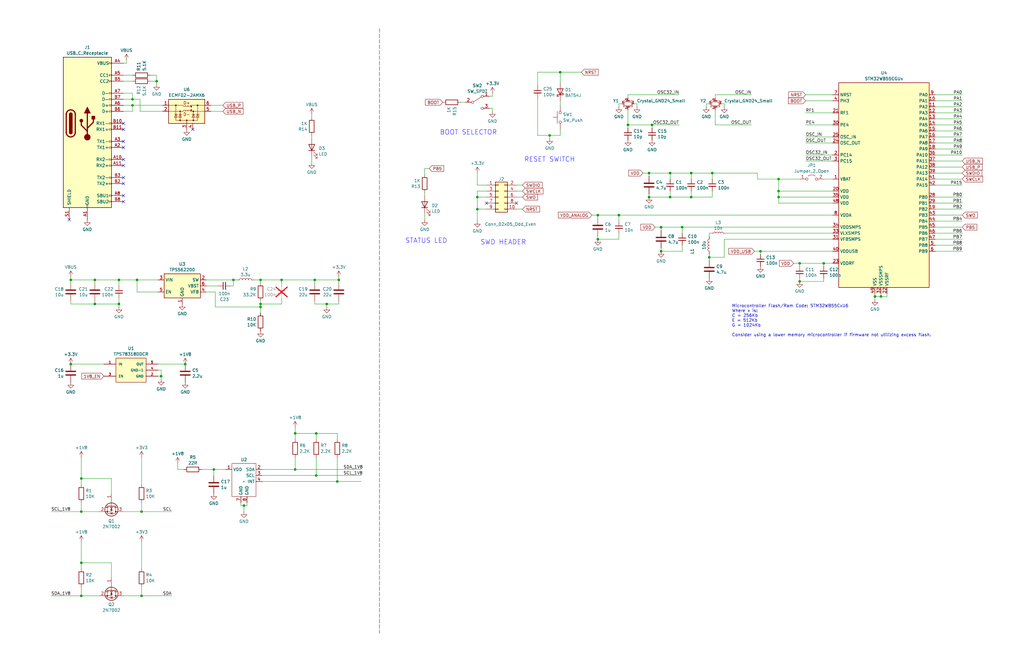
<source format=kicad_sch>
(kicad_sch (version 20230121) (generator eeschema)
  (paper "B")
  (junction (at 347.345 111.125))
  (junction (at 132.715 118.11))
  (junction (at 90.17 198.12))
  (junction (at 299.085 108.585))
  (junction (at 109.855 118.11))
  (junction (at 291.465 73.025))
  (junction (at 260.985 90.805))
  (junction (at 109.855 128.27))
  (junction (at 34.29 215.9))
  (junction (at 328.295 80.645))
  (junction (at 320.675 106.045))
  (junction (at 29.845 118.11))
  (junction (at 66.04 34.29))
  (junction (at 282.575 83.185))
  (junction (at 273.685 83.185))
  (junction (at 287.655 95.885))
  (junction (at 50.165 118.11))
  (junction (at 201.295 88.265))
  (junction (at 102.87 213.36))
  (junction (at 50.165 128.27))
  (junction (at 236.22 30.48))
  (junction (at 252.095 90.805))
  (junction (at 274.955 52.705))
  (junction (at 300.355 73.025))
  (junction (at 328.295 83.185))
  (junction (at 59.69 215.9))
  (junction (at 109.855 129.54))
  (junction (at 133.35 182.88))
  (junction (at 133.35 200.66))
  (junction (at 78.105 153.67))
  (junction (at 291.465 83.185))
  (junction (at 124.46 182.88))
  (junction (at 34.29 201.93))
  (junction (at 142.875 118.11))
  (junction (at 201.295 83.185))
  (junction (at 371.475 125.095))
  (junction (at 337.185 118.745))
  (junction (at 137.795 128.27))
  (junction (at 278.765 95.885))
  (junction (at 282.575 73.025))
  (junction (at 40.005 118.11))
  (junction (at 34.29 237.49))
  (junction (at 118.745 118.11))
  (junction (at 29.845 153.67))
  (junction (at 55.88 44.45))
  (junction (at 40.005 128.27))
  (junction (at 273.685 73.025))
  (junction (at 59.69 251.46))
  (junction (at 34.29 251.46))
  (junction (at 328.295 75.565))
  (junction (at 98.425 118.11))
  (junction (at 231.775 57.15))
  (junction (at 278.765 106.045))
  (junction (at 264.795 52.705))
  (junction (at 337.185 111.125))
  (junction (at 252.095 100.965))
  (junction (at 124.46 198.12))
  (junction (at 368.935 125.095))
  (junction (at 57.785 118.11))
  (junction (at 55.88 41.91))
  (junction (at 67.945 158.75))
  (junction (at 142.24 203.2))
  (no_connect (at 52.07 62.23))
  (no_connect (at 52.07 77.47))
  (no_connect (at 217.805 85.725))
  (no_connect (at 52.07 85.09))
  (no_connect (at 52.07 67.31))
  (no_connect (at 52.07 82.55))
  (no_connect (at 29.21 92.71))
  (no_connect (at 52.07 69.85))
  (no_connect (at 205.105 85.725))
  (no_connect (at 52.07 74.93))
  (no_connect (at 81.28 54.61))
  (no_connect (at 52.07 54.61))
  (no_connect (at 52.07 52.07))
  (no_connect (at 52.07 59.69))
  (wire (pts (xy 40.005 118.11) (xy 40.005 119.38)))
  (wire (pts (xy 394.335 50.165) (xy 405.765 50.165)))
  (wire (pts (xy 179.07 73.66) (xy 179.07 71.12)))
  (wire (pts (xy 207.645 45.72) (xy 207.645 46.99)))
  (wire (pts (xy 124.46 198.12) (xy 152.4 198.12)))
  (wire (pts (xy 110.49 203.2) (xy 142.24 203.2)))
  (wire (pts (xy 339.725 42.545) (xy 351.155 42.545)))
  (wire (pts (xy 34.29 228.6) (xy 34.29 237.49)))
  (wire (pts (xy 52.07 41.91) (xy 55.88 41.91)))
  (wire (pts (xy 282.575 73.025) (xy 291.465 73.025)))
  (wire (pts (xy 86.995 120.65) (xy 92.075 120.65)))
  (wire (pts (xy 137.795 128.27) (xy 142.875 128.27)))
  (wire (pts (xy 217.805 78.105) (xy 220.345 78.105)))
  (wire (pts (xy 57.785 123.19) (xy 57.785 118.11)))
  (wire (pts (xy 34.29 237.49) (xy 34.29 240.03)))
  (wire (pts (xy 88.9 46.99) (xy 93.98 46.99)))
  (wire (pts (xy 66.675 156.21) (xy 67.945 156.21)))
  (wire (pts (xy 59.69 215.9) (xy 72.39 215.9)))
  (wire (pts (xy 394.335 67.945) (xy 405.765 67.945)))
  (wire (pts (xy 52.07 31.75) (xy 55.88 31.75)))
  (wire (pts (xy 299.085 98.425) (xy 299.085 99.695)))
  (wire (pts (xy 40.005 118.11) (xy 29.845 118.11)))
  (wire (pts (xy 63.5 34.29) (xy 66.04 34.29)))
  (wire (pts (xy 299.085 108.585) (xy 305.435 108.585)))
  (wire (pts (xy 301.625 46.355) (xy 301.625 52.705)))
  (wire (pts (xy 97.155 120.65) (xy 98.425 120.65)))
  (wire (pts (xy 109.855 118.11) (xy 109.855 119.38)))
  (wire (pts (xy 207.645 40.64) (xy 207.645 39.37)))
  (wire (pts (xy 260.985 98.425) (xy 260.985 100.965)))
  (wire (pts (xy 226.695 41.275) (xy 226.695 57.15)))
  (wire (pts (xy 57.785 118.11) (xy 66.675 118.11)))
  (wire (pts (xy 205.105 78.105) (xy 201.295 78.105)))
  (wire (pts (xy 29.845 127) (xy 29.845 128.27)))
  (wire (pts (xy 98.425 120.65) (xy 98.425 118.11)))
  (wire (pts (xy 201.295 78.105) (xy 201.295 73.025)))
  (wire (pts (xy 59.69 193.04) (xy 59.69 204.47)))
  (wire (pts (xy 132.715 127) (xy 132.715 128.27)))
  (wire (pts (xy 305.435 43.815) (xy 305.435 45.085)))
  (wire (pts (xy 109.855 129.54) (xy 109.855 132.08)))
  (wire (pts (xy 29.845 116.84) (xy 29.845 118.11)))
  (wire (pts (xy 40.005 127) (xy 40.005 128.27)))
  (wire (pts (xy 131.445 66.04) (xy 131.445 68.58)))
  (wire (pts (xy 394.335 47.625) (xy 405.765 47.625)))
  (wire (pts (xy 328.295 85.725) (xy 351.155 85.725)))
  (wire (pts (xy 124.46 193.04) (xy 124.46 198.12)))
  (wire (pts (xy 287.655 95.885) (xy 351.155 95.885)))
  (wire (pts (xy 132.715 118.11) (xy 132.715 119.38)))
  (wire (pts (xy 66.04 31.75) (xy 66.04 34.29)))
  (wire (pts (xy 328.295 80.645) (xy 328.295 83.185)))
  (wire (pts (xy 179.07 90.17) (xy 179.07 92.71)))
  (wire (pts (xy 86.995 123.19) (xy 90.805 123.19)))
  (wire (pts (xy 236.22 54.61) (xy 236.22 57.15)))
  (wire (pts (xy 133.35 193.04) (xy 133.35 200.66)))
  (wire (pts (xy 337.185 112.395) (xy 337.185 111.125)))
  (wire (pts (xy 110.49 198.12) (xy 124.46 198.12)))
  (wire (pts (xy 337.185 117.475) (xy 337.185 118.745)))
  (wire (pts (xy 34.29 237.49) (xy 46.99 237.49)))
  (wire (pts (xy 394.335 70.485) (xy 405.765 70.485)))
  (wire (pts (xy 179.07 81.28) (xy 179.07 82.55)))
  (wire (pts (xy 264.795 52.705) (xy 264.795 53.975)))
  (wire (pts (xy 29.845 128.27) (xy 40.005 128.27)))
  (wire (pts (xy 142.24 193.04) (xy 142.24 203.2)))
  (wire (pts (xy 133.35 200.66) (xy 152.4 200.66)))
  (wire (pts (xy 394.335 88.265) (xy 405.765 88.265)))
  (wire (pts (xy 50.165 120.65) (xy 50.165 118.11)))
  (wire (pts (xy 107.315 118.11) (xy 109.855 118.11)))
  (wire (pts (xy 102.87 213.36) (xy 102.87 215.9)))
  (wire (pts (xy 328.295 80.645) (xy 351.155 80.645)))
  (wire (pts (xy 320.675 106.045) (xy 351.155 106.045)))
  (wire (pts (xy 271.145 73.025) (xy 273.685 73.025)))
  (wire (pts (xy 124.46 182.88) (xy 124.46 180.34)))
  (wire (pts (xy 118.745 128.27) (xy 118.745 125.73)))
  (wire (pts (xy 300.355 83.185) (xy 300.355 80.645)))
  (wire (pts (xy 299.085 108.585) (xy 299.085 109.855)))
  (wire (pts (xy 276.225 95.885) (xy 278.765 95.885)))
  (wire (pts (xy 249.555 90.805) (xy 252.095 90.805)))
  (wire (pts (xy 328.295 83.185) (xy 328.295 85.725)))
  (wire (pts (xy 394.335 57.785) (xy 405.765 57.785)))
  (wire (pts (xy 66.675 158.75) (xy 67.945 158.75)))
  (wire (pts (xy 347.345 118.745) (xy 347.345 117.475)))
  (wire (pts (xy 59.055 46.99) (xy 68.58 46.99)))
  (wire (pts (xy 394.335 78.105) (xy 405.765 78.105)))
  (wire (pts (xy 264.795 40.005) (xy 286.385 40.005)))
  (wire (pts (xy 368.935 123.825) (xy 368.935 125.095)))
  (wire (pts (xy 66.675 123.19) (xy 57.785 123.19)))
  (wire (pts (xy 142.24 182.88) (xy 133.35 182.88)))
  (wire (pts (xy 226.695 36.195) (xy 226.695 30.48)))
  (wire (pts (xy 109.855 128.27) (xy 109.855 127)))
  (wire (pts (xy 339.725 47.625) (xy 351.155 47.625)))
  (wire (pts (xy 46.99 237.49) (xy 46.99 243.84)))
  (wire (pts (xy 55.88 41.91) (xy 59.055 41.91)))
  (wire (pts (xy 291.465 83.185) (xy 291.465 80.645)))
  (wire (pts (xy 101.6 212.09) (xy 101.6 213.36)))
  (wire (pts (xy 278.765 95.885) (xy 287.655 95.885)))
  (wire (pts (xy 282.575 83.185) (xy 291.465 83.185)))
  (wire (pts (xy 260.985 90.805) (xy 351.155 90.805)))
  (wire (pts (xy 217.805 88.265) (xy 220.345 88.265)))
  (wire (pts (xy 59.69 251.46) (xy 52.07 251.46)))
  (wire (pts (xy 118.745 118.11) (xy 118.745 120.65)))
  (wire (pts (xy 231.775 57.15) (xy 226.695 57.15)))
  (wire (pts (xy 368.935 125.095) (xy 371.475 125.095)))
  (wire (pts (xy 59.69 228.6) (xy 59.69 240.03)))
  (wire (pts (xy 206.375 45.72) (xy 207.645 45.72)))
  (wire (pts (xy 52.07 39.37) (xy 55.88 39.37)))
  (wire (pts (xy 371.475 125.095) (xy 374.015 125.095)))
  (wire (pts (xy 394.335 95.885) (xy 405.765 95.885)))
  (wire (pts (xy 41.91 251.46) (xy 34.29 251.46)))
  (wire (pts (xy 297.815 43.815) (xy 297.815 45.085)))
  (wire (pts (xy 132.715 118.11) (xy 142.875 118.11)))
  (wire (pts (xy 231.775 57.15) (xy 231.775 58.42)))
  (wire (pts (xy 351.155 111.125) (xy 347.345 111.125)))
  (wire (pts (xy 282.575 83.185) (xy 282.575 80.645)))
  (wire (pts (xy 142.875 128.27) (xy 142.875 127)))
  (wire (pts (xy 55.88 44.45) (xy 55.88 46.99)))
  (wire (pts (xy 55.88 46.99) (xy 52.07 46.99)))
  (wire (pts (xy 394.335 103.505) (xy 405.765 103.505)))
  (wire (pts (xy 86.995 118.11) (xy 98.425 118.11)))
  (wire (pts (xy 194.31 43.18) (xy 196.215 43.18)))
  (wire (pts (xy 394.335 52.705) (xy 405.765 52.705)))
  (wire (pts (xy 291.465 73.025) (xy 300.355 73.025)))
  (wire (pts (xy 53.34 26.67) (xy 53.34 25.4)))
  (wire (pts (xy 109.855 128.27) (xy 118.745 128.27)))
  (wire (pts (xy 264.795 46.355) (xy 264.795 52.705)))
  (wire (pts (xy 394.335 62.865) (xy 405.765 62.865)))
  (wire (pts (xy 34.29 193.04) (xy 34.29 201.93)))
  (wire (pts (xy 394.335 42.545) (xy 405.765 42.545)))
  (wire (pts (xy 201.295 93.345) (xy 201.295 88.265)))
  (wire (pts (xy 305.435 108.585) (xy 305.435 100.965)))
  (wire (pts (xy 236.22 57.15) (xy 231.775 57.15)))
  (wire (pts (xy 201.295 83.185) (xy 201.295 80.645)))
  (wire (pts (xy 59.69 251.46) (xy 72.39 251.46)))
  (wire (pts (xy 260.985 90.805) (xy 260.985 93.345)))
  (wire (pts (xy 131.445 57.15) (xy 131.445 58.42)))
  (wire (pts (xy 236.22 42.545) (xy 236.22 44.45)))
  (wire (pts (xy 50.165 118.11) (xy 57.785 118.11)))
  (wire (pts (xy 374.015 125.095) (xy 374.015 123.825)))
  (wire (pts (xy 41.91 215.9) (xy 34.29 215.9)))
  (wire (pts (xy 394.335 55.245) (xy 405.765 55.245)))
  (wire (pts (xy 337.185 118.745) (xy 347.345 118.745)))
  (wire (pts (xy 66.04 34.29) (xy 66.04 35.56)))
  (wire (pts (xy 305.435 100.965) (xy 351.155 100.965)))
  (wire (pts (xy 394.335 93.345) (xy 405.765 93.345)))
  (wire (pts (xy 55.88 39.37) (xy 55.88 41.91)))
  (wire (pts (xy 63.5 31.75) (xy 66.04 31.75)))
  (wire (pts (xy 368.935 125.095) (xy 368.935 126.365)))
  (wire (pts (xy 339.725 65.405) (xy 351.155 65.405)))
  (wire (pts (xy 59.69 212.09) (xy 59.69 215.9)))
  (wire (pts (xy 371.475 123.825) (xy 371.475 125.095)))
  (wire (pts (xy 252.095 99.695) (xy 252.095 100.965)))
  (wire (pts (xy 66.675 153.67) (xy 78.105 153.67)))
  (wire (pts (xy 133.35 182.88) (xy 133.35 185.42)))
  (wire (pts (xy 50.165 128.27) (xy 50.165 129.54)))
  (wire (pts (xy 179.07 71.12) (xy 180.975 71.12)))
  (wire (pts (xy 104.14 213.36) (xy 104.14 212.09)))
  (wire (pts (xy 394.335 83.185) (xy 405.765 83.185)))
  (wire (pts (xy 101.6 213.36) (xy 102.87 213.36)))
  (wire (pts (xy 299.085 43.815) (xy 297.815 43.815)))
  (wire (pts (xy 318.135 106.045) (xy 320.675 106.045)))
  (wire (pts (xy 304.165 43.815) (xy 305.435 43.815)))
  (wire (pts (xy 46.99 201.93) (xy 46.99 208.28)))
  (wire (pts (xy 394.335 98.425) (xy 405.765 98.425)))
  (wire (pts (xy 339.725 40.005) (xy 351.155 40.005)))
  (wire (pts (xy 300.355 73.025) (xy 300.355 75.565)))
  (wire (pts (xy 34.29 201.93) (xy 46.99 201.93)))
  (wire (pts (xy 236.22 30.48) (xy 236.22 34.925)))
  (wire (pts (xy 262.255 43.815) (xy 260.985 43.815)))
  (wire (pts (xy 201.295 80.645) (xy 205.105 80.645)))
  (wire (pts (xy 287.655 95.885) (xy 287.655 98.425)))
  (wire (pts (xy 90.17 198.12) (xy 90.17 200.66)))
  (wire (pts (xy 55.88 44.45) (xy 68.58 44.45)))
  (wire (pts (xy 21.59 251.46) (xy 34.29 251.46)))
  (wire (pts (xy 347.345 111.125) (xy 347.345 112.395)))
  (wire (pts (xy 300.355 73.025) (xy 319.405 73.025)))
  (wire (pts (xy 142.24 203.2) (xy 152.4 203.2)))
  (wire (pts (xy 339.725 67.945) (xy 351.155 67.945)))
  (wire (pts (xy 394.335 90.805) (xy 405.765 90.805)))
  (wire (pts (xy 98.425 118.11) (xy 99.695 118.11)))
  (wire (pts (xy 334.645 111.125) (xy 337.185 111.125)))
  (wire (pts (xy 394.335 106.045) (xy 405.765 106.045)))
  (wire (pts (xy 118.745 118.11) (xy 132.715 118.11)))
  (wire (pts (xy 252.095 90.805) (xy 260.985 90.805)))
  (wire (pts (xy 110.49 200.66) (xy 133.35 200.66)))
  (wire (pts (xy 287.655 103.505) (xy 287.655 106.045)))
  (wire (pts (xy 328.295 83.185) (xy 351.155 83.185)))
  (wire (pts (xy 305.435 98.425) (xy 351.155 98.425)))
  (wire (pts (xy 88.9 44.45) (xy 93.98 44.45)))
  (wire (pts (xy 21.59 215.9) (xy 34.29 215.9)))
  (wire (pts (xy 273.685 81.915) (xy 273.685 83.185)))
  (wire (pts (xy 394.335 60.325) (xy 405.765 60.325)))
  (wire (pts (xy 273.685 73.025) (xy 282.575 73.025)))
  (wire (pts (xy 337.185 111.125) (xy 347.345 111.125)))
  (wire (pts (xy 301.625 41.275) (xy 301.625 40.005)))
  (wire (pts (xy 67.945 156.21) (xy 67.945 158.75)))
  (wire (pts (xy 90.805 129.54) (xy 109.855 129.54)))
  (wire (pts (xy 40.005 128.27) (xy 50.165 128.27)))
  (wire (pts (xy 268.605 43.815) (xy 268.605 45.085)))
  (wire (pts (xy 34.29 247.65) (xy 34.29 251.46)))
  (wire (pts (xy 124.46 185.42) (xy 124.46 182.88)))
  (wire (pts (xy 394.335 45.085) (xy 405.765 45.085)))
  (wire (pts (xy 252.095 92.075) (xy 252.095 90.805)))
  (wire (pts (xy 264.795 41.275) (xy 264.795 40.005)))
  (wire (pts (xy 394.335 40.005) (xy 405.765 40.005)))
  (wire (pts (xy 132.715 128.27) (xy 137.795 128.27)))
  (wire (pts (xy 50.165 118.11) (xy 40.005 118.11)))
  (wire (pts (xy 52.07 26.67) (xy 53.34 26.67)))
  (wire (pts (xy 319.405 75.565) (xy 328.295 75.565)))
  (wire (pts (xy 328.295 75.565) (xy 328.295 80.645)))
  (wire (pts (xy 274.955 52.705) (xy 286.385 52.705)))
  (wire (pts (xy 278.765 106.045) (xy 287.655 106.045)))
  (wire (pts (xy 278.765 95.885) (xy 278.765 97.155)))
  (wire (pts (xy 59.055 41.91) (xy 59.055 46.99)))
  (wire (pts (xy 226.695 30.48) (xy 236.22 30.48)))
  (wire (pts (xy 67.945 158.75) (xy 67.945 160.02)))
  (wire (pts (xy 394.335 65.405) (xy 405.765 65.405)))
  (wire (pts (xy 260.985 43.815) (xy 260.985 45.085)))
  (wire (pts (xy 34.29 212.09) (xy 34.29 215.9)))
  (wire (pts (xy 201.295 88.265) (xy 205.105 88.265)))
  (wire (pts (xy 282.575 73.025) (xy 282.575 75.565)))
  (wire (pts (xy 109.855 118.11) (xy 118.745 118.11)))
  (wire (pts (xy 291.465 83.185) (xy 300.355 83.185)))
  (wire (pts (xy 217.805 80.645) (xy 220.345 80.645)))
  (wire (pts (xy 59.69 215.9) (xy 52.07 215.9)))
  (wire (pts (xy 131.445 48.26) (xy 131.445 49.53)))
  (wire (pts (xy 394.335 73.025) (xy 405.765 73.025)))
  (wire (pts (xy 339.725 60.325) (xy 351.155 60.325)))
  (wire (pts (xy 339.725 57.785) (xy 351.155 57.785)))
  (wire (pts (xy 273.685 74.295) (xy 273.685 73.025)))
  (wire (pts (xy 201.295 83.185) (xy 205.105 83.185)))
  (wire (pts (xy 394.335 85.725) (xy 405.765 85.725)))
  (wire (pts (xy 301.625 52.705) (xy 316.865 52.705)))
  (wire (pts (xy 85.09 198.12) (xy 90.17 198.12)))
  (wire (pts (xy 274.955 52.705) (xy 274.955 53.975)))
  (wire (pts (xy 291.465 73.025) (xy 291.465 75.565)))
  (wire (pts (xy 347.345 75.565) (xy 351.155 75.565)))
  (wire (pts (xy 319.405 73.025) (xy 319.405 75.565)))
  (wire (pts (xy 394.335 100.965) (xy 405.765 100.965)))
  (wire (pts (xy 124.46 182.88) (xy 133.35 182.88)))
  (wire (pts (xy 328.295 75.565) (xy 337.185 75.565)))
  (wire (pts (xy 29.845 118.11) (xy 29.845 119.38)))
  (wire (pts (xy 206.375 40.64) (xy 207.645 40.64)))
  (wire (pts (xy 90.805 123.19) (xy 90.805 129.54)))
  (wire (pts (xy 29.845 153.67) (xy 43.815 153.67)))
  (polyline (pts (xy 160.02 12.065) (xy 160.02 267.335)) (stroke (width 0) (type dash)))
  (wire (pts (xy 201.295 88.265) (xy 201.295 83.185)))
  (wire (pts (xy 300.355 98.425) (xy 299.085 98.425)))
  (wire (pts (xy 59.69 247.65) (xy 59.69 251.46)))
  (wire (pts (xy 339.725 52.705) (xy 351.155 52.705)))
  (wire (pts (xy 142.24 185.42) (xy 142.24 182.88)))
  (wire (pts (xy 142.875 116.84) (xy 142.875 118.11)))
  (wire (pts (xy 34.29 201.93) (xy 34.29 204.47)))
  (wire (pts (xy 299.085 107.315) (xy 299.085 108.585)))
  (wire (pts (xy 74.93 195.58) (xy 74.93 198.12)))
  (wire (pts (xy 74.93 198.12) (xy 77.47 198.12)))
  (wire (pts (xy 278.765 104.775) (xy 278.765 106.045)))
  (wire (pts (xy 264.795 52.705) (xy 274.955 52.705)))
  (wire (pts (xy 267.335 43.815) (xy 268.605 43.815)))
  (wire (pts (xy 217.805 83.185) (xy 220.345 83.185)))
  (wire (pts (xy 52.07 44.45) (xy 55.88 44.45)))
  (wire (pts (xy 109.855 129.54) (xy 109.855 128.27)))
  (wire (pts (xy 90.17 198.12) (xy 95.25 198.12)))
  (wire (pts (xy 236.22 30.48) (xy 245.11 30.48)))
  (wire (pts (xy 142.875 118.11) (xy 142.875 119.38)))
  (wire (pts (xy 102.87 213.36) (xy 104.14 213.36)))
  (wire (pts (xy 52.07 34.29) (xy 55.88 34.29)))
  (wire (pts (xy 320.675 106.045) (xy 320.675 107.315)))
  (wire (pts (xy 137.795 128.27) (xy 137.795 129.54)))
  (wire (pts (xy 301.625 40.005) (xy 316.865 40.005)))
  (wire (pts (xy 273.685 83.185) (xy 282.575 83.185)))
  (wire (pts (xy 50.165 128.27) (xy 50.165 125.73)))
  (wire (pts (xy 252.095 100.965) (xy 260.985 100.965)))
  (wire (pts (xy 394.335 75.565) (xy 405.765 75.565)))
  (text "STATUS LED" (at 170.815 102.87 0) (effects (font (size 2 2)) (justify left bottom)))
  (text "BOOT SELECTOR" (at 185.42 57.15 0) (effects (font (size 2 2)) (justify left bottom)))
  (text "Microcontroller Flash/Ram Code: STM32WB55CxU6\nWhere x is:\nC = 256Kb\nE = 512Kb\nG = 1024Kb\n\nConsider using a lower memory microcontroller if firmware not utilizing excess flash." (at 308.61 142.24 0) (effects (font (size 1.27 1.27)) (justify left bottom)))
  (text "SWD HEADER" (at 202.565 103.505 0) (effects (font (size 2 2)) (justify left bottom)))
  (text "RESET SWITCH" (at 220.98 68.58 0) (effects (font (size 2 2)) (justify left bottom)))
  (label "PA4" (at 405.765 50.165 180))
  (label "OSC32_IN" (at 339.725 65.405 0))
  (label "OSC_IN" (at 339.725 57.785 0))
  (label "PB4" (at 405.765 93.345 180))
  (label "PE4" (at 339.725 52.705 0))
  (label "SCL" (at 72.39 215.9 180))
  (label "PA6" (at 405.765 55.245 180))
  (label "PA2" (at 405.765 45.085 180))
  (label "PA10" (at 405.765 65.405 180))
  (label "OSC_OUT" (at 339.725 60.325 0))
  (label "OSC_IN" (at 316.865 40.005 180))
  (label "PB0" (at 405.765 83.185 180))
  (label "PA3" (at 405.765 47.625 180))
  (label "PB9" (at 405.765 106.045 180))
  (label "SCL_1V8" (at 21.59 215.9 0))
  (label "PB8" (at 405.765 103.505 180))
  (label "SDA" (at 72.39 251.46 180))
  (label "OSC32_OUT" (at 339.725 67.945 0))
  (label "RF1" (at 339.725 47.625 0))
  (label "OSC_OUT" (at 316.865 52.705 180))
  (label "SCL_1V8" (at 144.78 200.66 0))
  (label "PA1" (at 405.765 42.545 180))
  (label "PB6" (at 405.765 98.425 180))
  (label "PA0" (at 405.765 40.005 180))
  (label "OSC32_IN" (at 286.385 40.005 180))
  (label "PB2" (at 405.765 88.265 180))
  (label "PA15" (at 405.765 78.105 180))
  (label "OSC32_OUT" (at 286.385 52.705 180))
  (label "PB7" (at 405.765 100.965 180))
  (label "PB1" (at 405.765 85.725 180))
  (label "SDA_1V8" (at 144.78 198.12 0))
  (label "PA5" (at 405.765 52.705 180))
  (label "PA7" (at 405.765 57.785 180))
  (label "SDA_1V8" (at 21.59 251.46 0))
  (label "PA9" (at 405.765 62.865 180))
  (label "PA8" (at 405.765 60.325 180))
  (global_label "BOOT" (shape input) (at 339.725 42.545 180) (property "Intersheetrefs" "${INTERSHEET_REFS}" (effects hide)))
  (global_label "USB_P" (shape input) (at 93.98 44.45 0) (property "Intersheetrefs" "${INTERSHEET_REFS}" (effects hide)))
  (global_label "SWCLK" (shape input) (at 220.345 80.645 0) (property "Intersheetrefs" "${INTERSHEET_REFS}" (effects hide)))
  (global_label "VDD" (shape input) (at 334.645 111.125 180) (property "Intersheetrefs" "${INTERSHEET_REFS}" (effects hide)))
  (global_label "USB_N" (shape input) (at 93.98 46.99 0) (property "Intersheetrefs" "${INTERSHEET_REFS}" (effects hide)))
  (global_label "SWDIO" (shape input) (at 220.345 78.105 0) (property "Intersheetrefs" "${INTERSHEET_REFS}" (effects hide)))
  (global_label "VDD" (shape input) (at 271.145 73.025 180) (property "Intersheetrefs" "${INTERSHEET_REFS}" (effects hide)))
  (global_label "USB_N" (shape input) (at 405.765 67.945 0) (property "Intersheetrefs" "${INTERSHEET_REFS}" (effects hide)))
  (global_label "1V8_EN" (shape input) (at 43.815 158.75 180) (property "Intersheetrefs" "${INTERSHEET_REFS}" (effects hide)))
  (global_label "VDD" (shape input) (at 276.225 95.885 180) (property "Intersheetrefs" "${INTERSHEET_REFS}" (effects hide)))
  (global_label "BOOT" (shape input) (at 186.69 43.18 180) (property "Intersheetrefs" "${INTERSHEET_REFS}" (effects hide)))
  (global_label "SWO" (shape input) (at 220.345 83.185 0) (property "Intersheetrefs" "${INTERSHEET_REFS}" (effects hide)))
  (global_label "SWCLK" (shape input) (at 405.765 75.565 0) (property "Intersheetrefs" "${INTERSHEET_REFS}" (effects hide)))
  (global_label "PB5" (shape input) (at 405.765 95.885 0) (property "Intersheetrefs" "${INTERSHEET_REFS}" (effects hide)))
  (global_label "VDD_USB" (shape input) (at 318.135 106.045 180) (property "Intersheetrefs" "${INTERSHEET_REFS}" (effects hide)))
  (global_label "NRST" (shape input) (at 339.725 40.005 180) (property "Intersheetrefs" "${INTERSHEET_REFS}" (effects hide)))
  (global_label "SWDIO" (shape input) (at 405.765 73.025 0) (property "Intersheetrefs" "${INTERSHEET_REFS}" (effects hide)))
  (global_label "USB_P" (shape input) (at 405.765 70.485 0) (property "Intersheetrefs" "${INTERSHEET_REFS}" (effects hide)))
  (global_label "NRST" (shape input) (at 220.345 88.265 0) (property "Intersheetrefs" "${INTERSHEET_REFS}" (effects hide)))
  (global_label "NRST" (shape input) (at 245.11 30.48 0) (property "Intersheetrefs" "${INTERSHEET_REFS}" (effects hide)))
  (global_label "VDD_ANALOG" (shape input) (at 249.555 90.805 180) (property "Intersheetrefs" "${INTERSHEET_REFS}" (effects hide)))
  (global_label "PB5" (shape input) (at 180.975 71.12 0) (property "Intersheetrefs" "${INTERSHEET_REFS}" (effects hide)))
  (global_label "SWO" (shape input) (at 405.765 90.805 0) (property "Intersheetrefs" "${INTERSHEET_REFS}" (effects hide)))
  (symbol (lib_id "Diode:BAT54J") (at 236.22 38.735 90) (unit 1)
    (property "Reference" "D1" (at 238.252 37.8404 90) (effects (justify right)))
    (property "Value" "BAT54J" (at 238.252 40.2646 90) (effects (justify right)))
    (property "Footprint" "Diode_SMD:D_SOD-323F" (effects hide))
    (property "Datasheet" "https://assets.nexperia.com/documents/data-sheet/BAT54J.pdf" (effects hide))
  )
  (symbol (lib_id "Device:C") (at 29.845 123.19 0) (mirror y) (unit 1)
    (property "Reference" "C18" (at 26.924 121.9779 0) (effects (justify left)))
    (property "Value" "10u" (at 26.924 124.4021 0) (effects (justify left)))
  )
  (symbol (lib_id "Device:C_Small") (at 226.695 38.735 0) (unit 1)
    (property "Reference" "C25" (at 229.0191 37.5292 0) (effects (justify left)))
    (property "Value" "100n" (at 229.0191 39.9534 0) (effects (justify left)))
  )
  (symbol (lib_id "power:+3.3V") (at 29.845 153.67 0) (unit 1)
    (property "Reference" "#PWR023" (effects hide))
    (property "Value" "+3.3V" (at 29.845 149.5369 0))
  )
  (symbol (lib_id "Device:L_Small") (at 302.895 98.425 90) (unit 1)
    (property "Reference" "L3" (at 302.895 93.9019 90))
    (property "Value" "10n" (at 302.895 96.3261 90))
  )
  (symbol (lib_id "Device:R") (at 131.445 53.34 180) (unit 1)
    (property "Reference" "R14" (at 129.667 54.5521 0) (effects (justify left)))
    (property "Value" "1K" (at 129.667 52.1279 0) (effects (justify left)))
  )
  (symbol (lib_id "Connector_Generic:Conn_02x05_Odd_Even") (at 210.185 83.185 0) (unit 1)
    (property "Reference" "J2" (at 211.455 75.565 0))
    (property "Value" "Conn_02x05_Odd_Even" (at 215.265 94.615 0))
  )
  (symbol (lib_id "Device:LED") (at 131.445 62.23 90) (unit 1)
    (property "Reference" "D3" (at 134.366 62.6054 90) (effects (justify right)))
    (property "Value" "LED" (at 134.366 65.0296 90) (effects (justify right)))
  )
  (symbol (lib_id "power:GND") (at 368.935 126.365 0) (unit 1)
    (property "Reference" "#PWR013" (effects hide))
    (property "Value" "GND" (at 368.935 130.4981 0))
  )
  (symbol (lib_id "power:GND") (at 201.295 93.345 0) (unit 1)
    (property "Reference" "#PWR036" (effects hide))
    (property "Value" "GND" (at 201.295 97.4781 0))
  )
  (symbol (lib_id "Device:C") (at 278.765 100.965 0) (unit 1)
    (property "Reference" "C8" (at 281.686 99.7529 0) (effects (justify left)))
    (property "Value" "4.7u" (at 281.686 102.1771 0) (effects (justify left)))
  )
  (symbol (lib_id "TCS3430:TCS3430") (at 102.87 200.66 0) (unit 1)
    (property "Reference" "U2" (at 102.87 193.9869 0))
    (property "Value" "~" (at 102.87 203.2 0))
  )
  (symbol (lib_id "power:GND") (at 36.83 92.71 0) (unit 1)
    (property "Reference" "#PWR09" (effects hide))
    (property "Value" "GND" (at 36.83 96.8431 0))
  )
  (symbol (lib_id "power:VBUS") (at 29.845 116.84 0) (unit 1)
    (property "Reference" "#PWR032" (effects hide))
    (property "Value" "VBUS" (at 29.845 112.7069 0))
  )
  (symbol (lib_id "Device:R") (at 81.28 198.12 90) (unit 1)
    (property "Reference" "R5" (at 81.28 192.9597 90))
    (property "Value" "22R" (at 81.28 195.3839 90))
  )
  (symbol (lib_id "power:GND") (at 231.775 58.42 0) (unit 1)
    (property "Reference" "#PWR039" (effects hide))
    (property "Value" "GND" (at 231.775 62.5531 0))
  )
  (symbol (lib_id "Device:C_Small") (at 300.355 78.105 0) (unit 1)
    (property "Reference" "C3" (at 302.6791 76.8992 0) (effects (justify left)))
    (property "Value" "100n" (at 302.6791 79.3234 0) (effects (justify left)))
  )
  (symbol (lib_id "Device:R") (at 190.5 43.18 270) (unit 1)
    (property "Reference" "R15" (at 191.7121 44.958 0) (effects (justify left)))
    (property "Value" "1K" (at 189.2879 44.958 0) (effects (justify left)))
  )
  (symbol (lib_id "power:+1V8") (at 34.29 228.6 0) (unit 1)
    (property "Reference" "#PWR025" (effects hide))
    (property "Value" "+1V8" (at 34.29 224.4669 0))
  )
  (symbol (lib_id "Device:C_Small") (at 118.745 123.19 0) (mirror y) (unit 1) (dnp yes)
    (property "Reference" "C24" (at 116.4209 121.9842 0) (effects (justify left)))
    (property "Value" "100n" (at 116.4209 124.4084 0) (effects (justify left)))
  )
  (symbol (lib_id "Device:R") (at 124.46 189.23 0) (unit 1)
    (property "Reference" "R6" (at 126.238 188.0179 0) (effects (justify left)))
    (property "Value" "2.2K" (at 126.238 190.4421 0) (effects (justify left)))
  )
  (symbol (lib_id "Device:C") (at 132.715 123.19 0) (mirror y) (unit 1)
    (property "Reference" "C19" (at 129.794 121.9779 0) (effects (justify left)))
    (property "Value" "22u" (at 129.794 124.4021 0) (effects (justify left)))
  )
  (symbol (lib_id "power:GND") (at 278.765 106.045 0) (unit 1)
    (property "Reference" "#PWR06" (effects hide))
    (property "Value" "GND" (at 278.765 110.1781 0))
  )
  (symbol (lib_id "Device:R") (at 59.69 34.29 90) (mirror x) (unit 1)
    (property "Reference" "R12" (at 58.4779 36.068 0) (effects (justify left)))
    (property "Value" "5.1K" (at 60.9021 36.068 0) (effects (justify left)))
  )
  (symbol (lib_id "power:+1V8") (at 78.105 153.67 0) (unit 1)
    (property "Reference" "#PWR022" (effects hide))
    (property "Value" "+1V8" (at 78.105 149.5369 0))
  )
  (symbol (lib_id "Device:R") (at 109.855 123.19 0) (mirror y) (unit 1)
    (property "Reference" "R9" (at 108.077 121.9779 0) (effects (justify left)))
    (property "Value" "33.2K" (at 108.077 124.4021 0) (effects (justify left)))
  )
  (symbol (lib_id "Device:R") (at 59.69 31.75 90) (unit 1)
    (property "Reference" "R11" (at 58.4779 29.972 0) (effects (justify left)))
    (property "Value" "5.1K" (at 60.9021 29.972 0) (effects (justify left)))
  )
  (symbol (lib_id "Device:C_Small") (at 94.615 120.65 90) (mirror x) (unit 1)
    (property "Reference" "C23" (at 94.6213 126.3564 90))
    (property "Value" "100n" (at 94.6213 123.9322 90))
  )
  (symbol (lib_id "Device:C_Small") (at 264.795 56.515 180) (unit 1)
    (property "Reference" "C14" (at 267.1191 55.2965 0) (effects (justify right)))
    (property "Value" "10p" (at 267.1191 57.7207 0) (effects (justify right)))
  )
  (symbol (lib_id "Device:C_Small") (at 50.165 123.19 0) (mirror y) (unit 1)
    (property "Reference" "C22" (at 47.8409 121.9842 0) (effects (justify left)))
    (property "Value" "100n" (at 47.8409 124.4084 0) (effects (justify left)))
  )
  (symbol (lib_id "Device:R") (at 109.855 135.89 0) (mirror y) (unit 1)
    (property "Reference" "R10" (at 108.077 134.6779 0) (effects (justify left)))
    (property "Value" "10K" (at 108.077 137.1021 0) (effects (justify left)))
  )
  (symbol (lib_id "Device:R") (at 179.07 77.47 180) (unit 1)
    (property "Reference" "R13" (at 177.292 78.6821 0) (effects (justify left)))
    (property "Value" "1K" (at 177.292 76.2579 0) (effects (justify left)))
  )
  (symbol (lib_id "Device:C_Small") (at 320.675 109.855 0) (unit 1)
    (property "Reference" "C13" (at 322.9991 108.6492 0) (effects (justify left)))
    (property "Value" "100n" (at 322.9991 111.0734 0) (effects (justify left)))
  )
  (symbol (lib_id "power:VBUS") (at 53.34 25.4 0) (unit 1)
    (property "Reference" "#PWR014" (effects hide))
    (property "Value" "VBUS" (at 53.34 21.2669 0))
  )
  (symbol (lib_id "Device:LED") (at 179.07 86.36 90) (unit 1)
    (property "Reference" "D2" (at 181.991 86.7354 90) (effects (justify right)))
    (property "Value" "LED" (at 181.991 89.1596 90) (effects (justify right)))
  )
  (symbol (lib_id "power:GND") (at 207.645 46.99 0) (unit 1)
    (property "Reference" "#PWR044" (effects hide))
    (property "Value" "GND" (at 207.645 51.1231 0))
  )
  (symbol (lib_id "power:GND") (at 252.095 100.965 0) (unit 1)
    (property "Reference" "#PWR02" (effects hide))
    (property "Value" "GND" (at 252.095 105.0981 0))
  )
  (symbol (lib_id "Device:Crystal_GND24_Small") (at 301.625 43.815 90) (unit 1)
    (property "Reference" "Y2" (at 296.545 42.545 90))
    (property "Value" "Crystal_GND24_Small" (at 315.595 42.545 90))
  )
  (symbol (lib_id "power:GND") (at 78.74 54.61 0) (mirror y) (unit 1)
    (property "Reference" "#PWR037" (effects hide))
    (property "Value" "GND" (at 78.74 58.7431 0))
  )
  (symbol (lib_id "Device:C_Small") (at 274.955 56.515 0) (unit 1)
    (property "Reference" "C15" (at 277.2791 55.3092 0) (effects (justify left)))
    (property "Value" "10p" (at 277.2791 57.7334 0) (effects (justify left)))
  )
  (symbol (lib_id "power:GND") (at 274.955 59.055 0) (unit 1)
    (property "Reference" "#PWR010" (effects hide))
    (property "Value" "GND" (at 274.955 63.1881 0))
  )
  (symbol (lib_id "power:+3.3V") (at 201.295 73.025 0) (unit 1)
    (property "Reference" "#PWR035" (effects hide))
    (property "Value" "+3.3V" (at 201.295 68.8919 0))
  )
  (symbol (lib_id "Device:C") (at 252.095 95.885 0) (unit 1)
    (property "Reference" "C6" (at 255.016 94.6729 0) (effects (justify left)))
    (property "Value" "1u" (at 255.016 97.0971 0) (effects (justify left)))
  )
  (symbol (lib_id "power:GND") (at 102.87 215.9 0) (unit 1)
    (property "Reference" "#PWR030" (effects hide))
    (property "Value" "GND" (at 102.87 220.0331 0))
  )
  (symbol (lib_id "Device:R") (at 34.29 243.84 0) (unit 1)
    (property "Reference" "R2" (at 36.068 242.6279 0) (effects (justify left)))
    (property "Value" "10K" (at 36.068 245.0521 0) (effects (justify left)))
  )
  (symbol (lib_id "power:+3.3V") (at 207.645 39.37 0) (unit 1)
    (property "Reference" "#PWR043" (effects hide))
    (property "Value" "+3.3V" (at 207.645 35.2369 0))
  )
  (symbol (lib_id "power:GND") (at 78.105 161.29 0) (unit 1)
    (property "Reference" "#PWR020" (effects hide))
    (property "Value" "GND" (at 78.105 165.4231 0))
  )
  (symbol (lib_id "power:GND") (at 320.675 112.395 0) (unit 1)
    (property "Reference" "#PWR011" (effects hide))
    (property "Value" "GND" (at 320.675 116.5281 0))
  )
  (symbol (lib_id "power:GND") (at 131.445 68.58 0) (unit 1)
    (property "Reference" "#PWR041" (effects hide))
    (property "Value" "GND" (at 131.445 72.7131 0))
  )
  (symbol (lib_id "power:+1V8") (at 74.93 195.58 0) (unit 1)
    (property "Reference" "#PWR028" (effects hide))
    (property "Value" "+1V8" (at 74.93 191.4469 0))
  )
  (symbol (lib_id "power:GND") (at 264.795 59.055 0) (unit 1)
    (property "Reference" "#PWR015" (effects hide))
    (property "Value" "GND" (at 264.795 63.1881 0))
  )
  (symbol (lib_id "power:GND") (at 268.605 45.085 0) (unit 1)
    (property "Reference" "#PWR08" (effects hide))
    (property "Value" "GND" (at 268.605 49.2181 0))
  )
  (symbol (lib_id "Device:C_Small") (at 282.575 78.105 0) (unit 1)
    (property "Reference" "C1" (at 284.8991 76.8992 0) (effects (justify left)))
    (property "Value" "100n" (at 284.8991 79.3234 0) (effects (justify left)))
  )
  (symbol (lib_id "TPS78318DDCR:TPS78318DDCR") (at 48.895 151.13 0) (unit 1)
    (property "Reference" "U1" (at 55.245 147.0127 0))
    (property "Value" "TPS78318DDCR" (at 55.245 149.4369 0))
    (property "Footprint" "TPS78318DDCR:SOT95P280X110-5N" (effects hide))
    (property "MF" "Texas Instruments" (effects hide))
    (property "Description" "\n150-mA, nano-IQ, low-dropout voltage regulator with enable from -40°C to +105°C\n" (effects hide))
    (property "Package" "SOT-23-THN-5 Texas Instruments" (effects hide))
    (property "Price" "None" (effects hide))
    (property "SnapEDA_Link" "https://www.snapeda.com/parts/TPS78318DDCR/Texas+Instruments/view-part/?ref=snap" (effects hide))
    (property "MP" "TPS78318DDCR" (effects hide))
    (property "Purchase-URL" "https://www.snapeda.com/api/url_track_click_mouser/?unipart_id=890966&manufacturer=Texas Instruments&part_name=TPS78318DDCR&search_term=tps78318" (effects hide))
    (property "Availability" "In Stock" (effects hide))
    (property "Check_prices" "https://www.snapeda.com/parts/TPS78318DDCR/Texas+Instruments/view-part/?ref=eda" (effects hide))
  )
  (symbol (lib_id "power:GND") (at 66.04 35.56 0) (unit 1)
    (property "Reference" "#PWR038" (effects hide))
    (property "Value" "GND" (at 66.04 39.6931 0))
  )
  (symbol (lib_id "Device:R") (at 34.29 208.28 0) (unit 1)
    (property "Reference" "R1" (at 36.068 207.0679 0) (effects (justify left)))
    (property "Value" "10K" (at 36.068 209.4921 0) (effects (justify left)))
  )
  (symbol (lib_id "power:GND") (at 260.985 45.085 0) (unit 1)
    (property "Reference" "#PWR016" (effects hide))
    (property "Value" "GND" (at 260.985 49.2181 0))
  )
  (symbol (lib_id "power:+3V3") (at 59.69 228.6 0) (unit 1)
    (property "Reference" "#PWR027" (effects hide))
    (property "Value" "+3V3" (at 59.69 224.4669 0))
  )
  (symbol (lib_id "Device:C_Small") (at 291.465 78.105 0) (unit 1)
    (property "Reference" "C2" (at 293.7891 76.8992 0) (effects (justify left)))
    (property "Value" "100n" (at 293.7891 79.3234 0) (effects (justify left)))
  )
  (symbol (lib_id "Switch:SW_Push") (at 236.22 49.53 90) (unit 1)
    (property "Reference" "SW1" (at 237.363 48.3179 90) (effects (justify right)))
    (property "Value" "SW_Push" (at 237.363 50.7421 90) (effects (justify right)))
  )
  (symbol (lib_id "Transistor_FET:2N7002") (at 46.99 213.36 270) (unit 1)
    (property "Reference" "Q1" (at 46.99 219.8258 90))
    (property "Value" "2N7002" (at 46.99 222.25 90))
    (property "Footprint" "Package_TO_SOT_SMD:SOT-23" (effects hide))
    (property "Datasheet" "https://www.onsemi.com/pub/Collateral/NDS7002A-D.PDF" (effects hide))
  )
  (symbol (lib_id "power:GND") (at 67.945 160.02 0) (unit 1)
    (property "Reference" "#PWR019" (effects hide))
    (property "Value" "GND" (at 67.945 164.1531 0))
  )
  (symbol (lib_id "power:+3.3V") (at 142.875 116.84 0) (unit 1)
    (property "Reference" "#PWR033" (effects hide))
    (property "Value" "+3.3V" (at 142.875 112.7069 0))
  )
  (symbol (lib_id "Device:C") (at 40.005 123.19 0) (mirror y) (unit 1)
    (property "Reference" "C21" (at 37.084 121.9779 0) (effects (justify left)))
    (property "Value" "10u" (at 37.084 124.4021 0) (effects (justify left)))
  )
  (symbol (lib_id "Connector:USB_C_Receptacle") (at 36.83 52.07 0) (unit 1)
    (property "Reference" "J1" (at 36.83 19.9857 0))
    (property "Value" "USB_C_Receptacle" (at 36.83 22.4099 0))
    (property "Datasheet" "https://www.usb.org/sites/default/files/documents/usb_type-c.zip" (effects hide))
  )
  (symbol (lib_id "Device:L") (at 103.505 118.11 90) (unit 1)
    (property "Reference" "L2" (at 103.505 113.4604 90))
    (property "Value" "3.3u" (at 103.505 115.8846 90))
  )
  (symbol (lib_id "Device:C") (at 29.845 157.48 0) (mirror y) (unit 1)
    (property "Reference" "C16" (at 26.924 156.2679 0) (effects (justify left)))
    (property "Value" "1u" (at 26.924 158.6921 0) (effects (justify left)))
  )
  (symbol (lib_id "Jumper:Jumper_2_Open") (at 342.265 75.565 0) (unit 1)
    (property "Reference" "JP1" (at 342.265 69.7697 0))
    (property "Value" "Jumper_2_Open" (at 342.265 72.1939 0))
  )
  (symbol (lib_id "power:+1V8") (at 124.46 180.34 0) (unit 1)
    (property "Reference" "#PWR031" (effects hide))
    (property "Value" "+1V8" (at 124.46 176.2069 0))
  )
  (symbol (lib_id "power:VBUS") (at 131.445 48.26 0) (unit 1)
    (property "Reference" "#PWR042" (effects hide))
    (property "Value" "VBUS" (at 131.445 44.1269 0))
  )
  (symbol (lib_id "power:GND") (at 90.17 208.28 0) (unit 1)
    (property "Reference" "#PWR029" (effects hide))
    (property "Value" "GND" (at 90.17 212.4131 0))
  )
  (symbol (lib_id "Regulator_Switching:TPS562200") (at 76.835 120.65 0) (unit 1)
    (property "Reference" "U3" (at 76.835 111.4257 0))
    (property "Value" "TPS562200" (at 76.835 113.8499 0))
    (property "Footprint" "Package_TO_SOT_SMD:SOT-23-6" (effects hide))
    (property "Datasheet" "http://www.ti.com/lit/ds/symlink/tps563200.pdf" (effects hide))
  )
  (symbol (lib_id "Device:R") (at 133.35 189.23 0) (unit 1)
    (property "Reference" "R7" (at 135.128 188.0179 0) (effects (justify left)))
    (property "Value" "2.2K" (at 135.128 190.4421 0) (effects (justify left)))
  )
  (symbol (lib_id "Device:C_Small") (at 287.655 100.965 0) (unit 1)
    (property "Reference" "C10" (at 289.9791 99.7592 0) (effects (justify left)))
    (property "Value" "100n" (at 289.9791 102.1834 0) (effects (justify left)))
  )
  (symbol (lib_id "Device:C") (at 273.685 78.105 0) (unit 1)
    (property "Reference" "C4" (at 276.606 76.8929 0) (effects (justify left)))
    (property "Value" "4.7u" (at 276.606 79.3171 0) (effects (justify left)))
  )
  (symbol (lib_id "power:GND") (at 299.085 117.475 0) (unit 1)
    (property "Reference" "#PWR05" (effects hide))
    (property "Value" "GND" (at 299.085 121.6081 0))
  )
  (symbol (lib_id "power:GND") (at 109.855 139.7 0) (unit 1)
    (property "Reference" "#PWR04" (effects hide))
    (property "Value" "GND" (at 109.855 143.8331 0))
  )
  (symbol (lib_id "Transistor_FET:2N7002") (at 46.99 248.92 270) (unit 1)
    (property "Reference" "Q2" (at 46.99 255.0851 90))
    (property "Value" "2N7002" (at 46.99 257.5093 90))
    (property "Footprint" "Package_TO_SOT_SMD:SOT-23" (effects hide))
    (property "Datasheet" "https://www.onsemi.com/pub/Collateral/NDS7002A-D.PDF" (effects hide))
  )
  (symbol (lib_id "Device:R") (at 59.69 243.84 0) (unit 1)
    (property "Reference" "R4" (at 61.468 242.6279 0) (effects (justify left)))
    (property "Value" "10K" (at 61.468 245.0521 0) (effects (justify left)))
  )
  (symbol (lib_id "power:GND") (at 29.845 161.29 0) (unit 1)
    (property "Reference" "#PWR021" (effects hide))
    (property "Value" "GND" (at 29.845 165.4231 0))
  )
  (symbol (lib_id "Device:C_Small") (at 347.345 114.935 0) (unit 1)
    (property "Reference" "C12" (at 349.6691 113.7292 0) (effects (justify left)))
    (property "Value" "100p" (at 349.6691 116.1534 0) (effects (justify left)))
  )
  (symbol (lib_id "MCU_ST_STM32WB:STM32WB55CGUx") (at 371.475 65.405 0) (unit 1)
    (property "Reference" "U4" (at 372.745 30.7807 0))
    (property "Value" "STM32WB55CGUx" (at 372.745 33.2049 0))
    (property "Footprint" "Package_DFN_QFN:QFN-48-1EP_7x7mm_P0.5mm_EP5.6x5.6mm" (effects hide))
    (property "Datasheet" "https://www.st.com/resource/en/datasheet/stm32wb55cg.pdf" (effects hide))
  )
  (symbol (lib_id "power:GND") (at 273.685 83.185 0) (unit 1)
    (property "Reference" "#PWR01" (effects hide))
    (property "Value" "GND" (at 273.685 87.3181 0))
  )
  (symbol (lib_id "Device:Crystal_GND24_Small") (at 264.795 43.815 90) (unit 1)
    (property "Reference" "Y1" (at 259.715 42.545 90))
    (property "Value" "Crystal_GND24_Small" (at 278.765 42.545 90))
  )
  (symbol (lib_id "Device:C") (at 78.105 157.48 0) (unit 1)
    (property "Reference" "C5" (at 81.026 156.2679 0) (effects (justify left)))
    (property "Value" "2.2u" (at 81.026 158.6921 0) (effects (justify left)))
  )
  (symbol (lib_id "Device:C") (at 299.085 113.665 0) (unit 1)
    (property "Reference" "C9" (at 302.006 112.4529 0) (effects (justify left)))
    (property "Value" "4.7u" (at 302.006 114.8771 0) (effects (justify left)))
  )
  (symbol (lib_id "Power_Protection:ECMF02-2AMX6") (at 78.74 46.99 0) (unit 1)
    (property "Reference" "U6" (at 78.74 37.7657 0))
    (property "Value" "ECMF02-2AMX6" (at 78.74 40.1899 0))
    (property "Footprint" "Package_DFN_QFN:ST_UQFN-6L_1.5x1.7mm_P0.5mm" (effects hide))
    (property "Datasheet" "https://www.st.com/resource/en/datasheet/ecmf02-2amx6.pdf" (effects hide))
  )
  (symbol (lib_id "power:GND") (at 50.165 129.54 0) (unit 1)
    (property "Reference" "#PWR07" (effects hide))
    (property "Value" "GND" (at 50.165 133.6731 0))
  )
  (symbol (lib_id "power:GND") (at 337.185 118.745 0) (unit 1)
    (property "Reference" "#PWR012" (effects hide))
    (property "Value" "GND" (at 337.185 122.8781 0))
  )
  (symbol (lib_id "Device:C") (at 142.875 123.19 0) (mirror y) (unit 1)
    (property "Reference" "C20" (at 139.954 121.9779 0) (effects (justify left)))
    (property "Value" "22u" (at 139.954 124.4021 0) (effects (justify left)))
  )
  (symbol (lib_id "Device:L") (at 299.085 103.505 180) (unit 1)
    (property "Reference" "L1" (at 291.8954 106.045 90))
    (property "Value" "10u" (at 296.8596 103.505 90))
  )
  (symbol (lib_id "power:GND") (at 179.07 92.71 0) (unit 1)
    (property "Reference" "#PWR040" (effects hide))
    (property "Value" "GND" (at 179.07 96.8431 0))
  )
  (symbol (lib_id "Device:C_Small") (at 260.985 95.885 0) (unit 1)
    (property "Reference" "C7" (at 263.3091 94.6792 0) (effects (justify left)))
    (property "Value" "10n" (at 263.3091 97.1034 0) (effects (justify left)))
  )
  (symbol (lib_id "Device:C_Small") (at 337.185 114.935 0) (unit 1)
    (property "Reference" "C11" (at 339.5091 113.7292 0) (effects (justify left)))
    (property "Value" "100n" (at 339.5091 116.1534 0) (effects (justify left)))
  )
  (symbol (lib_id "power:GND") (at 76.835 128.27 0) (unit 1)
    (property "Reference" "#PWR034" (effects hide))
    (property "Value" "GND" (at 76.835 132.4031 0))
  )
  (symbol (lib_id "power:GND") (at 305.435 45.085 0) (unit 1)
    (property "Reference" "#PWR018" (effects hide))
    (property "Value" "GND" (at 305.435 49.2181 0))
  )
  (symbol (lib_id "Device:C") (at 90.17 204.47 0) (unit 1)
    (property "Reference" "C17" (at 93.091 203.2579 0) (effects (justify left)))
    (property "Value" "1u" (at 93.091 205.6821 0) (effects (justify left)))
  )
  (symbol (lib_id "Switch:SW_SPDT") (at 201.295 43.18 0) (unit 1)
    (property "Reference" "SW2" (at 201.295 36.1147 0))
    (property "Value" "SW_SPDT" (at 201.295 38.5389 0))
  )
  (symbol (lib_id "power:+3V3") (at 59.69 193.04 0) (unit 1)
    (property "Reference" "#PWR026" (effects hide))
    (property "Value" "+3V3" (at 59.69 188.9069 0))
  )
  (symbol (lib_id "power:GND") (at 297.815 45.085 0) (unit 1)
    (property "Reference" "#PWR017" (effects hide))
    (property "Value" "GND" (at 297.815 49.2181 0))
  )
  (symbol (lib_id "power:+1V8") (at 34.29 193.04 0) (unit 1)
    (property "Reference" "#PWR024" (effects hide))
    (property "Value" "+1V8" (at 34.29 188.9069 0))
  )
  (symbol (lib_id "Device:R") (at 59.69 208.28 0) (unit 1)
    (property "Reference" "R3" (at 61.468 207.0679 0) (effects (justify left)))
    (property "Value" "10K" (at 61.468 209.4921 0) (effects (justify left)))
  )
  (symbol (lib_id "power:GND") (at 137.795 129.54 0) (unit 1)
    (property "Reference" "#PWR03" (effects hide))
    (property "Value" "GND" (at 137.795 133.6731 0))
  )
  (symbol (lib_id "Device:R") (at 142.24 189.23 0) (unit 1)
    (property "Reference" "R8" (at 144.018 188.0179 0) (effects (justify left)))
    (property "Value" "2.2K" (at 144.018 190.4421 0) (effects (justify left)))
  )
)
</source>
